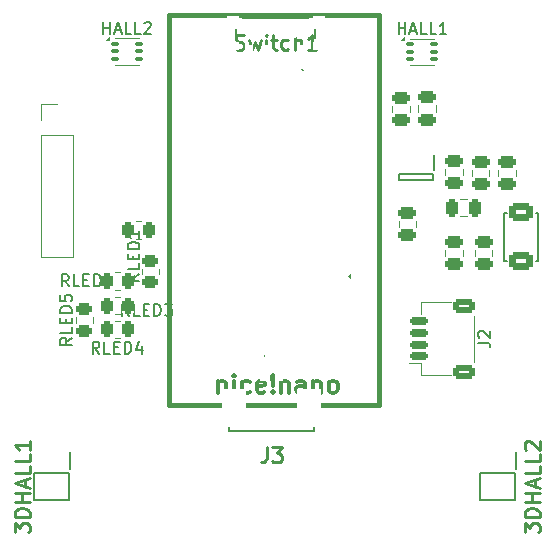
<source format=gbr>
%TF.GenerationSoftware,KiCad,Pcbnew,9.0.5*%
%TF.CreationDate,2025-10-27T23:23:53+01:00*%
%TF.ProjectId,mouse,6d6f7573-652e-46b6-9963-61645f706362,rev?*%
%TF.SameCoordinates,Original*%
%TF.FileFunction,Legend,Top*%
%TF.FilePolarity,Positive*%
%FSLAX46Y46*%
G04 Gerber Fmt 4.6, Leading zero omitted, Abs format (unit mm)*
G04 Created by KiCad (PCBNEW 9.0.5) date 2025-10-27 23:23:53*
%MOMM*%
%LPD*%
G01*
G04 APERTURE LIST*
G04 Aperture macros list*
%AMRoundRect*
0 Rectangle with rounded corners*
0 $1 Rounding radius*
0 $2 $3 $4 $5 $6 $7 $8 $9 X,Y pos of 4 corners*
0 Add a 4 corners polygon primitive as box body*
4,1,4,$2,$3,$4,$5,$6,$7,$8,$9,$2,$3,0*
0 Add four circle primitives for the rounded corners*
1,1,$1+$1,$2,$3*
1,1,$1+$1,$4,$5*
1,1,$1+$1,$6,$7*
1,1,$1+$1,$8,$9*
0 Add four rect primitives between the rounded corners*
20,1,$1+$1,$2,$3,$4,$5,0*
20,1,$1+$1,$4,$5,$6,$7,0*
20,1,$1+$1,$6,$7,$8,$9,0*
20,1,$1+$1,$8,$9,$2,$3,0*%
G04 Aperture macros list end*
%ADD10C,0.300000*%
%ADD11C,0.254000*%
%ADD12C,0.150000*%
%ADD13C,0.127000*%
%ADD14C,0.200000*%
%ADD15C,0.000000*%
%ADD16C,0.120000*%
%ADD17C,0.063060*%
%ADD18C,0.100000*%
%ADD19C,0.381000*%
%ADD20C,1.752600*%
%ADD21RoundRect,0.287778X-0.714222X0.489222X-0.714222X-0.489222X0.714222X-0.489222X0.714222X0.489222X0*%
%ADD22R,0.450000X1.400000*%
%ADD23C,1.200000*%
%ADD24R,1.200000X1.200000*%
%ADD25RoundRect,0.250000X-0.450000X0.262500X-0.450000X-0.262500X0.450000X-0.262500X0.450000X0.262500X0*%
%ADD26R,1.700000X1.700000*%
%ADD27C,1.700000*%
%ADD28RoundRect,0.250000X0.475000X-0.250000X0.475000X0.250000X-0.475000X0.250000X-0.475000X-0.250000X0*%
%ADD29RoundRect,0.250000X-0.475000X0.250000X-0.475000X-0.250000X0.475000X-0.250000X0.475000X0.250000X0*%
%ADD30C,3.200000*%
%ADD31RoundRect,0.250000X-0.262500X-0.450000X0.262500X-0.450000X0.262500X0.450000X-0.262500X0.450000X0*%
%ADD32RoundRect,0.250000X0.262500X0.450000X-0.262500X0.450000X-0.262500X-0.450000X0.262500X-0.450000X0*%
%ADD33C,0.900000*%
%ADD34R,0.700000X1.500000*%
%ADD35R,1.000000X0.800000*%
%ADD36R,0.800000X1.600000*%
%ADD37R,2.100000X3.000000*%
%ADD38RoundRect,0.250000X-0.250000X-0.475000X0.250000X-0.475000X0.250000X0.475000X-0.250000X0.475000X0*%
%ADD39RoundRect,0.150000X0.625000X-0.150000X0.625000X0.150000X-0.625000X0.150000X-0.625000X-0.150000X0*%
%ADD40RoundRect,0.250000X0.650000X-0.350000X0.650000X0.350000X-0.650000X0.350000X-0.650000X-0.350000X0*%
%ADD41RoundRect,0.075000X-0.247500X-0.075000X0.247500X-0.075000X0.247500X0.075000X-0.247500X0.075000X0*%
%ADD42R,1.010000X1.700000*%
%ADD43R,0.600000X1.250000*%
G04 APERTURE END LIST*
D10*
X178718285Y-109250328D02*
X178718285Y-110250328D01*
X178718285Y-109393185D02*
X178789714Y-109321757D01*
X178789714Y-109321757D02*
X178932571Y-109250328D01*
X178932571Y-109250328D02*
X179146857Y-109250328D01*
X179146857Y-109250328D02*
X179289714Y-109321757D01*
X179289714Y-109321757D02*
X179361143Y-109464614D01*
X179361143Y-109464614D02*
X179361143Y-110250328D01*
X180075428Y-110250328D02*
X180075428Y-109250328D01*
X180075428Y-108750328D02*
X180004000Y-108821757D01*
X180004000Y-108821757D02*
X180075428Y-108893185D01*
X180075428Y-108893185D02*
X180146857Y-108821757D01*
X180146857Y-108821757D02*
X180075428Y-108750328D01*
X180075428Y-108750328D02*
X180075428Y-108893185D01*
X181432572Y-110178900D02*
X181289714Y-110250328D01*
X181289714Y-110250328D02*
X181004000Y-110250328D01*
X181004000Y-110250328D02*
X180861143Y-110178900D01*
X180861143Y-110178900D02*
X180789714Y-110107471D01*
X180789714Y-110107471D02*
X180718286Y-109964614D01*
X180718286Y-109964614D02*
X180718286Y-109536042D01*
X180718286Y-109536042D02*
X180789714Y-109393185D01*
X180789714Y-109393185D02*
X180861143Y-109321757D01*
X180861143Y-109321757D02*
X181004000Y-109250328D01*
X181004000Y-109250328D02*
X181289714Y-109250328D01*
X181289714Y-109250328D02*
X181432572Y-109321757D01*
X182646857Y-110178900D02*
X182504000Y-110250328D01*
X182504000Y-110250328D02*
X182218286Y-110250328D01*
X182218286Y-110250328D02*
X182075428Y-110178900D01*
X182075428Y-110178900D02*
X182004000Y-110036042D01*
X182004000Y-110036042D02*
X182004000Y-109464614D01*
X182004000Y-109464614D02*
X182075428Y-109321757D01*
X182075428Y-109321757D02*
X182218286Y-109250328D01*
X182218286Y-109250328D02*
X182504000Y-109250328D01*
X182504000Y-109250328D02*
X182646857Y-109321757D01*
X182646857Y-109321757D02*
X182718286Y-109464614D01*
X182718286Y-109464614D02*
X182718286Y-109607471D01*
X182718286Y-109607471D02*
X182004000Y-109750328D01*
X183361142Y-110107471D02*
X183432571Y-110178900D01*
X183432571Y-110178900D02*
X183361142Y-110250328D01*
X183361142Y-110250328D02*
X183289714Y-110178900D01*
X183289714Y-110178900D02*
X183361142Y-110107471D01*
X183361142Y-110107471D02*
X183361142Y-110250328D01*
X183361142Y-109678900D02*
X183289714Y-108821757D01*
X183289714Y-108821757D02*
X183361142Y-108750328D01*
X183361142Y-108750328D02*
X183432571Y-108821757D01*
X183432571Y-108821757D02*
X183361142Y-109678900D01*
X183361142Y-109678900D02*
X183361142Y-108750328D01*
X184075428Y-109250328D02*
X184075428Y-110250328D01*
X184075428Y-109393185D02*
X184146857Y-109321757D01*
X184146857Y-109321757D02*
X184289714Y-109250328D01*
X184289714Y-109250328D02*
X184504000Y-109250328D01*
X184504000Y-109250328D02*
X184646857Y-109321757D01*
X184646857Y-109321757D02*
X184718286Y-109464614D01*
X184718286Y-109464614D02*
X184718286Y-110250328D01*
X186075429Y-110250328D02*
X186075429Y-109464614D01*
X186075429Y-109464614D02*
X186004000Y-109321757D01*
X186004000Y-109321757D02*
X185861143Y-109250328D01*
X185861143Y-109250328D02*
X185575429Y-109250328D01*
X185575429Y-109250328D02*
X185432571Y-109321757D01*
X186075429Y-110178900D02*
X185932571Y-110250328D01*
X185932571Y-110250328D02*
X185575429Y-110250328D01*
X185575429Y-110250328D02*
X185432571Y-110178900D01*
X185432571Y-110178900D02*
X185361143Y-110036042D01*
X185361143Y-110036042D02*
X185361143Y-109893185D01*
X185361143Y-109893185D02*
X185432571Y-109750328D01*
X185432571Y-109750328D02*
X185575429Y-109678900D01*
X185575429Y-109678900D02*
X185932571Y-109678900D01*
X185932571Y-109678900D02*
X186075429Y-109607471D01*
X186789714Y-109250328D02*
X186789714Y-110250328D01*
X186789714Y-109393185D02*
X186861143Y-109321757D01*
X186861143Y-109321757D02*
X187004000Y-109250328D01*
X187004000Y-109250328D02*
X187218286Y-109250328D01*
X187218286Y-109250328D02*
X187361143Y-109321757D01*
X187361143Y-109321757D02*
X187432572Y-109464614D01*
X187432572Y-109464614D02*
X187432572Y-110250328D01*
X188361143Y-110250328D02*
X188218286Y-110178900D01*
X188218286Y-110178900D02*
X188146857Y-110107471D01*
X188146857Y-110107471D02*
X188075429Y-109964614D01*
X188075429Y-109964614D02*
X188075429Y-109536042D01*
X188075429Y-109536042D02*
X188146857Y-109393185D01*
X188146857Y-109393185D02*
X188218286Y-109321757D01*
X188218286Y-109321757D02*
X188361143Y-109250328D01*
X188361143Y-109250328D02*
X188575429Y-109250328D01*
X188575429Y-109250328D02*
X188718286Y-109321757D01*
X188718286Y-109321757D02*
X188789715Y-109393185D01*
X188789715Y-109393185D02*
X188861143Y-109536042D01*
X188861143Y-109536042D02*
X188861143Y-109964614D01*
X188861143Y-109964614D02*
X188789715Y-110107471D01*
X188789715Y-110107471D02*
X188718286Y-110178900D01*
X188718286Y-110178900D02*
X188575429Y-110250328D01*
X188575429Y-110250328D02*
X188361143Y-110250328D01*
D11*
X161504318Y-122100713D02*
X161504318Y-121314522D01*
X161504318Y-121314522D02*
X161988127Y-121737856D01*
X161988127Y-121737856D02*
X161988127Y-121556427D01*
X161988127Y-121556427D02*
X162048603Y-121435475D01*
X162048603Y-121435475D02*
X162109080Y-121374999D01*
X162109080Y-121374999D02*
X162230032Y-121314522D01*
X162230032Y-121314522D02*
X162532413Y-121314522D01*
X162532413Y-121314522D02*
X162653365Y-121374999D01*
X162653365Y-121374999D02*
X162713842Y-121435475D01*
X162713842Y-121435475D02*
X162774318Y-121556427D01*
X162774318Y-121556427D02*
X162774318Y-121919284D01*
X162774318Y-121919284D02*
X162713842Y-122040237D01*
X162713842Y-122040237D02*
X162653365Y-122100713D01*
X162774318Y-120770237D02*
X161504318Y-120770237D01*
X161504318Y-120770237D02*
X161504318Y-120467856D01*
X161504318Y-120467856D02*
X161564794Y-120286427D01*
X161564794Y-120286427D02*
X161685746Y-120165475D01*
X161685746Y-120165475D02*
X161806699Y-120104998D01*
X161806699Y-120104998D02*
X162048603Y-120044522D01*
X162048603Y-120044522D02*
X162230032Y-120044522D01*
X162230032Y-120044522D02*
X162471937Y-120104998D01*
X162471937Y-120104998D02*
X162592889Y-120165475D01*
X162592889Y-120165475D02*
X162713842Y-120286427D01*
X162713842Y-120286427D02*
X162774318Y-120467856D01*
X162774318Y-120467856D02*
X162774318Y-120770237D01*
X162774318Y-119500237D02*
X161504318Y-119500237D01*
X162109080Y-119500237D02*
X162109080Y-118774522D01*
X162774318Y-118774522D02*
X161504318Y-118774522D01*
X162411461Y-118230237D02*
X162411461Y-117625475D01*
X162774318Y-118351189D02*
X161504318Y-117927856D01*
X161504318Y-117927856D02*
X162774318Y-117504522D01*
X162774318Y-116476428D02*
X162774318Y-117081190D01*
X162774318Y-117081190D02*
X161504318Y-117081190D01*
X162774318Y-115448333D02*
X162774318Y-116053095D01*
X162774318Y-116053095D02*
X161504318Y-116053095D01*
X162774318Y-114359761D02*
X162774318Y-115085476D01*
X162774318Y-114722619D02*
X161504318Y-114722619D01*
X161504318Y-114722619D02*
X161685746Y-114843571D01*
X161685746Y-114843571D02*
X161806699Y-114964523D01*
X161806699Y-114964523D02*
X161867175Y-115085476D01*
D12*
X166354819Y-105623809D02*
X165878628Y-105957142D01*
X166354819Y-106195237D02*
X165354819Y-106195237D01*
X165354819Y-106195237D02*
X165354819Y-105814285D01*
X165354819Y-105814285D02*
X165402438Y-105719047D01*
X165402438Y-105719047D02*
X165450057Y-105671428D01*
X165450057Y-105671428D02*
X165545295Y-105623809D01*
X165545295Y-105623809D02*
X165688152Y-105623809D01*
X165688152Y-105623809D02*
X165783390Y-105671428D01*
X165783390Y-105671428D02*
X165831009Y-105719047D01*
X165831009Y-105719047D02*
X165878628Y-105814285D01*
X165878628Y-105814285D02*
X165878628Y-106195237D01*
X166354819Y-104719047D02*
X166354819Y-105195237D01*
X166354819Y-105195237D02*
X165354819Y-105195237D01*
X165831009Y-104385713D02*
X165831009Y-104052380D01*
X166354819Y-103909523D02*
X166354819Y-104385713D01*
X166354819Y-104385713D02*
X165354819Y-104385713D01*
X165354819Y-104385713D02*
X165354819Y-103909523D01*
X166354819Y-103480951D02*
X165354819Y-103480951D01*
X165354819Y-103480951D02*
X165354819Y-103242856D01*
X165354819Y-103242856D02*
X165402438Y-103099999D01*
X165402438Y-103099999D02*
X165497676Y-103004761D01*
X165497676Y-103004761D02*
X165592914Y-102957142D01*
X165592914Y-102957142D02*
X165783390Y-102909523D01*
X165783390Y-102909523D02*
X165926247Y-102909523D01*
X165926247Y-102909523D02*
X166116723Y-102957142D01*
X166116723Y-102957142D02*
X166211961Y-103004761D01*
X166211961Y-103004761D02*
X166307200Y-103099999D01*
X166307200Y-103099999D02*
X166354819Y-103242856D01*
X166354819Y-103242856D02*
X166354819Y-103480951D01*
X165354819Y-102004761D02*
X165354819Y-102480951D01*
X165354819Y-102480951D02*
X165831009Y-102528570D01*
X165831009Y-102528570D02*
X165783390Y-102480951D01*
X165783390Y-102480951D02*
X165735771Y-102385713D01*
X165735771Y-102385713D02*
X165735771Y-102147618D01*
X165735771Y-102147618D02*
X165783390Y-102052380D01*
X165783390Y-102052380D02*
X165831009Y-102004761D01*
X165831009Y-102004761D02*
X165926247Y-101957142D01*
X165926247Y-101957142D02*
X166164342Y-101957142D01*
X166164342Y-101957142D02*
X166259580Y-102004761D01*
X166259580Y-102004761D02*
X166307200Y-102052380D01*
X166307200Y-102052380D02*
X166354819Y-102147618D01*
X166354819Y-102147618D02*
X166354819Y-102385713D01*
X166354819Y-102385713D02*
X166307200Y-102480951D01*
X166307200Y-102480951D02*
X166259580Y-102528570D01*
D11*
X204671858Y-122100713D02*
X204671858Y-121314522D01*
X204671858Y-121314522D02*
X205155667Y-121737856D01*
X205155667Y-121737856D02*
X205155667Y-121556427D01*
X205155667Y-121556427D02*
X205216143Y-121435475D01*
X205216143Y-121435475D02*
X205276620Y-121374999D01*
X205276620Y-121374999D02*
X205397572Y-121314522D01*
X205397572Y-121314522D02*
X205699953Y-121314522D01*
X205699953Y-121314522D02*
X205820905Y-121374999D01*
X205820905Y-121374999D02*
X205881382Y-121435475D01*
X205881382Y-121435475D02*
X205941858Y-121556427D01*
X205941858Y-121556427D02*
X205941858Y-121919284D01*
X205941858Y-121919284D02*
X205881382Y-122040237D01*
X205881382Y-122040237D02*
X205820905Y-122100713D01*
X205941858Y-120770237D02*
X204671858Y-120770237D01*
X204671858Y-120770237D02*
X204671858Y-120467856D01*
X204671858Y-120467856D02*
X204732334Y-120286427D01*
X204732334Y-120286427D02*
X204853286Y-120165475D01*
X204853286Y-120165475D02*
X204974239Y-120104998D01*
X204974239Y-120104998D02*
X205216143Y-120044522D01*
X205216143Y-120044522D02*
X205397572Y-120044522D01*
X205397572Y-120044522D02*
X205639477Y-120104998D01*
X205639477Y-120104998D02*
X205760429Y-120165475D01*
X205760429Y-120165475D02*
X205881382Y-120286427D01*
X205881382Y-120286427D02*
X205941858Y-120467856D01*
X205941858Y-120467856D02*
X205941858Y-120770237D01*
X205941858Y-119500237D02*
X204671858Y-119500237D01*
X205276620Y-119500237D02*
X205276620Y-118774522D01*
X205941858Y-118774522D02*
X204671858Y-118774522D01*
X205579001Y-118230237D02*
X205579001Y-117625475D01*
X205941858Y-118351189D02*
X204671858Y-117927856D01*
X204671858Y-117927856D02*
X205941858Y-117504522D01*
X205941858Y-116476428D02*
X205941858Y-117081190D01*
X205941858Y-117081190D02*
X204671858Y-117081190D01*
X205941858Y-115448333D02*
X205941858Y-116053095D01*
X205941858Y-116053095D02*
X204671858Y-116053095D01*
X204792810Y-115085476D02*
X204732334Y-115025000D01*
X204732334Y-115025000D02*
X204671858Y-114904047D01*
X204671858Y-114904047D02*
X204671858Y-114601666D01*
X204671858Y-114601666D02*
X204732334Y-114480714D01*
X204732334Y-114480714D02*
X204792810Y-114420238D01*
X204792810Y-114420238D02*
X204913762Y-114359761D01*
X204913762Y-114359761D02*
X205034715Y-114359761D01*
X205034715Y-114359761D02*
X205216143Y-114420238D01*
X205216143Y-114420238D02*
X205941858Y-115145952D01*
X205941858Y-115145952D02*
X205941858Y-114359761D01*
D12*
X172054819Y-100223809D02*
X171578628Y-100557142D01*
X172054819Y-100795237D02*
X171054819Y-100795237D01*
X171054819Y-100795237D02*
X171054819Y-100414285D01*
X171054819Y-100414285D02*
X171102438Y-100319047D01*
X171102438Y-100319047D02*
X171150057Y-100271428D01*
X171150057Y-100271428D02*
X171245295Y-100223809D01*
X171245295Y-100223809D02*
X171388152Y-100223809D01*
X171388152Y-100223809D02*
X171483390Y-100271428D01*
X171483390Y-100271428D02*
X171531009Y-100319047D01*
X171531009Y-100319047D02*
X171578628Y-100414285D01*
X171578628Y-100414285D02*
X171578628Y-100795237D01*
X172054819Y-99319047D02*
X172054819Y-99795237D01*
X172054819Y-99795237D02*
X171054819Y-99795237D01*
X171531009Y-98985713D02*
X171531009Y-98652380D01*
X172054819Y-98509523D02*
X172054819Y-98985713D01*
X172054819Y-98985713D02*
X171054819Y-98985713D01*
X171054819Y-98985713D02*
X171054819Y-98509523D01*
X172054819Y-98080951D02*
X171054819Y-98080951D01*
X171054819Y-98080951D02*
X171054819Y-97842856D01*
X171054819Y-97842856D02*
X171102438Y-97699999D01*
X171102438Y-97699999D02*
X171197676Y-97604761D01*
X171197676Y-97604761D02*
X171292914Y-97557142D01*
X171292914Y-97557142D02*
X171483390Y-97509523D01*
X171483390Y-97509523D02*
X171626247Y-97509523D01*
X171626247Y-97509523D02*
X171816723Y-97557142D01*
X171816723Y-97557142D02*
X171911961Y-97604761D01*
X171911961Y-97604761D02*
X172007200Y-97699999D01*
X172007200Y-97699999D02*
X172054819Y-97842856D01*
X172054819Y-97842856D02*
X172054819Y-98080951D01*
X172054819Y-96557142D02*
X172054819Y-97128570D01*
X172054819Y-96842856D02*
X171054819Y-96842856D01*
X171054819Y-96842856D02*
X171197676Y-96938094D01*
X171197676Y-96938094D02*
X171292914Y-97033332D01*
X171292914Y-97033332D02*
X171340533Y-97128570D01*
X171176190Y-103754819D02*
X170842857Y-103278628D01*
X170604762Y-103754819D02*
X170604762Y-102754819D01*
X170604762Y-102754819D02*
X170985714Y-102754819D01*
X170985714Y-102754819D02*
X171080952Y-102802438D01*
X171080952Y-102802438D02*
X171128571Y-102850057D01*
X171128571Y-102850057D02*
X171176190Y-102945295D01*
X171176190Y-102945295D02*
X171176190Y-103088152D01*
X171176190Y-103088152D02*
X171128571Y-103183390D01*
X171128571Y-103183390D02*
X171080952Y-103231009D01*
X171080952Y-103231009D02*
X170985714Y-103278628D01*
X170985714Y-103278628D02*
X170604762Y-103278628D01*
X172080952Y-103754819D02*
X171604762Y-103754819D01*
X171604762Y-103754819D02*
X171604762Y-102754819D01*
X172414286Y-103231009D02*
X172747619Y-103231009D01*
X172890476Y-103754819D02*
X172414286Y-103754819D01*
X172414286Y-103754819D02*
X172414286Y-102754819D01*
X172414286Y-102754819D02*
X172890476Y-102754819D01*
X173319048Y-103754819D02*
X173319048Y-102754819D01*
X173319048Y-102754819D02*
X173557143Y-102754819D01*
X173557143Y-102754819D02*
X173700000Y-102802438D01*
X173700000Y-102802438D02*
X173795238Y-102897676D01*
X173795238Y-102897676D02*
X173842857Y-102992914D01*
X173842857Y-102992914D02*
X173890476Y-103183390D01*
X173890476Y-103183390D02*
X173890476Y-103326247D01*
X173890476Y-103326247D02*
X173842857Y-103516723D01*
X173842857Y-103516723D02*
X173795238Y-103611961D01*
X173795238Y-103611961D02*
X173700000Y-103707200D01*
X173700000Y-103707200D02*
X173557143Y-103754819D01*
X173557143Y-103754819D02*
X173319048Y-103754819D01*
X174223810Y-102754819D02*
X174842857Y-102754819D01*
X174842857Y-102754819D02*
X174509524Y-103135771D01*
X174509524Y-103135771D02*
X174652381Y-103135771D01*
X174652381Y-103135771D02*
X174747619Y-103183390D01*
X174747619Y-103183390D02*
X174795238Y-103231009D01*
X174795238Y-103231009D02*
X174842857Y-103326247D01*
X174842857Y-103326247D02*
X174842857Y-103564342D01*
X174842857Y-103564342D02*
X174795238Y-103659580D01*
X174795238Y-103659580D02*
X174747619Y-103707200D01*
X174747619Y-103707200D02*
X174652381Y-103754819D01*
X174652381Y-103754819D02*
X174366667Y-103754819D01*
X174366667Y-103754819D02*
X174271429Y-103707200D01*
X174271429Y-103707200D02*
X174223810Y-103659580D01*
X166076190Y-101254819D02*
X165742857Y-100778628D01*
X165504762Y-101254819D02*
X165504762Y-100254819D01*
X165504762Y-100254819D02*
X165885714Y-100254819D01*
X165885714Y-100254819D02*
X165980952Y-100302438D01*
X165980952Y-100302438D02*
X166028571Y-100350057D01*
X166028571Y-100350057D02*
X166076190Y-100445295D01*
X166076190Y-100445295D02*
X166076190Y-100588152D01*
X166076190Y-100588152D02*
X166028571Y-100683390D01*
X166028571Y-100683390D02*
X165980952Y-100731009D01*
X165980952Y-100731009D02*
X165885714Y-100778628D01*
X165885714Y-100778628D02*
X165504762Y-100778628D01*
X166980952Y-101254819D02*
X166504762Y-101254819D01*
X166504762Y-101254819D02*
X166504762Y-100254819D01*
X167314286Y-100731009D02*
X167647619Y-100731009D01*
X167790476Y-101254819D02*
X167314286Y-101254819D01*
X167314286Y-101254819D02*
X167314286Y-100254819D01*
X167314286Y-100254819D02*
X167790476Y-100254819D01*
X168219048Y-101254819D02*
X168219048Y-100254819D01*
X168219048Y-100254819D02*
X168457143Y-100254819D01*
X168457143Y-100254819D02*
X168600000Y-100302438D01*
X168600000Y-100302438D02*
X168695238Y-100397676D01*
X168695238Y-100397676D02*
X168742857Y-100492914D01*
X168742857Y-100492914D02*
X168790476Y-100683390D01*
X168790476Y-100683390D02*
X168790476Y-100826247D01*
X168790476Y-100826247D02*
X168742857Y-101016723D01*
X168742857Y-101016723D02*
X168695238Y-101111961D01*
X168695238Y-101111961D02*
X168600000Y-101207200D01*
X168600000Y-101207200D02*
X168457143Y-101254819D01*
X168457143Y-101254819D02*
X168219048Y-101254819D01*
X169171429Y-100350057D02*
X169219048Y-100302438D01*
X169219048Y-100302438D02*
X169314286Y-100254819D01*
X169314286Y-100254819D02*
X169552381Y-100254819D01*
X169552381Y-100254819D02*
X169647619Y-100302438D01*
X169647619Y-100302438D02*
X169695238Y-100350057D01*
X169695238Y-100350057D02*
X169742857Y-100445295D01*
X169742857Y-100445295D02*
X169742857Y-100540533D01*
X169742857Y-100540533D02*
X169695238Y-100683390D01*
X169695238Y-100683390D02*
X169123810Y-101254819D01*
X169123810Y-101254819D02*
X169742857Y-101254819D01*
D11*
X180203095Y-81153842D02*
X180384524Y-81214318D01*
X180384524Y-81214318D02*
X180686905Y-81214318D01*
X180686905Y-81214318D02*
X180807857Y-81153842D01*
X180807857Y-81153842D02*
X180868333Y-81093365D01*
X180868333Y-81093365D02*
X180928810Y-80972413D01*
X180928810Y-80972413D02*
X180928810Y-80851461D01*
X180928810Y-80851461D02*
X180868333Y-80730508D01*
X180868333Y-80730508D02*
X180807857Y-80670032D01*
X180807857Y-80670032D02*
X180686905Y-80609556D01*
X180686905Y-80609556D02*
X180445000Y-80549080D01*
X180445000Y-80549080D02*
X180324048Y-80488603D01*
X180324048Y-80488603D02*
X180263571Y-80428127D01*
X180263571Y-80428127D02*
X180203095Y-80307175D01*
X180203095Y-80307175D02*
X180203095Y-80186222D01*
X180203095Y-80186222D02*
X180263571Y-80065270D01*
X180263571Y-80065270D02*
X180324048Y-80004794D01*
X180324048Y-80004794D02*
X180445000Y-79944318D01*
X180445000Y-79944318D02*
X180747381Y-79944318D01*
X180747381Y-79944318D02*
X180928810Y-80004794D01*
X181352143Y-80367651D02*
X181594048Y-81214318D01*
X181594048Y-81214318D02*
X181835953Y-80609556D01*
X181835953Y-80609556D02*
X182077857Y-81214318D01*
X182077857Y-81214318D02*
X182319762Y-80367651D01*
X182803571Y-81214318D02*
X182803571Y-80367651D01*
X182803571Y-79944318D02*
X182743095Y-80004794D01*
X182743095Y-80004794D02*
X182803571Y-80065270D01*
X182803571Y-80065270D02*
X182864048Y-80004794D01*
X182864048Y-80004794D02*
X182803571Y-79944318D01*
X182803571Y-79944318D02*
X182803571Y-80065270D01*
X183226905Y-80367651D02*
X183710714Y-80367651D01*
X183408333Y-79944318D02*
X183408333Y-81032889D01*
X183408333Y-81032889D02*
X183468810Y-81153842D01*
X183468810Y-81153842D02*
X183589762Y-81214318D01*
X183589762Y-81214318D02*
X183710714Y-81214318D01*
X184678333Y-81153842D02*
X184557381Y-81214318D01*
X184557381Y-81214318D02*
X184315476Y-81214318D01*
X184315476Y-81214318D02*
X184194524Y-81153842D01*
X184194524Y-81153842D02*
X184134047Y-81093365D01*
X184134047Y-81093365D02*
X184073571Y-80972413D01*
X184073571Y-80972413D02*
X184073571Y-80609556D01*
X184073571Y-80609556D02*
X184134047Y-80488603D01*
X184134047Y-80488603D02*
X184194524Y-80428127D01*
X184194524Y-80428127D02*
X184315476Y-80367651D01*
X184315476Y-80367651D02*
X184557381Y-80367651D01*
X184557381Y-80367651D02*
X184678333Y-80428127D01*
X185222618Y-81214318D02*
X185222618Y-79944318D01*
X185766904Y-81214318D02*
X185766904Y-80549080D01*
X185766904Y-80549080D02*
X185706428Y-80428127D01*
X185706428Y-80428127D02*
X185585476Y-80367651D01*
X185585476Y-80367651D02*
X185404047Y-80367651D01*
X185404047Y-80367651D02*
X185283095Y-80428127D01*
X185283095Y-80428127D02*
X185222618Y-80488603D01*
X187036905Y-81214318D02*
X186311190Y-81214318D01*
X186674047Y-81214318D02*
X186674047Y-79944318D01*
X186674047Y-79944318D02*
X186553095Y-80125746D01*
X186553095Y-80125746D02*
X186432143Y-80246699D01*
X186432143Y-80246699D02*
X186311190Y-80307175D01*
X182826667Y-114904318D02*
X182826667Y-115811461D01*
X182826667Y-115811461D02*
X182766190Y-115992889D01*
X182766190Y-115992889D02*
X182645238Y-116113842D01*
X182645238Y-116113842D02*
X182463809Y-116174318D01*
X182463809Y-116174318D02*
X182342857Y-116174318D01*
X183310476Y-114904318D02*
X184096667Y-114904318D01*
X184096667Y-114904318D02*
X183673333Y-115388127D01*
X183673333Y-115388127D02*
X183854762Y-115388127D01*
X183854762Y-115388127D02*
X183975714Y-115448603D01*
X183975714Y-115448603D02*
X184036190Y-115509080D01*
X184036190Y-115509080D02*
X184096667Y-115630032D01*
X184096667Y-115630032D02*
X184096667Y-115932413D01*
X184096667Y-115932413D02*
X184036190Y-116053365D01*
X184036190Y-116053365D02*
X183975714Y-116113842D01*
X183975714Y-116113842D02*
X183854762Y-116174318D01*
X183854762Y-116174318D02*
X183491905Y-116174318D01*
X183491905Y-116174318D02*
X183370952Y-116113842D01*
X183370952Y-116113842D02*
X183310476Y-116053365D01*
D12*
X200754819Y-106033333D02*
X201469104Y-106033333D01*
X201469104Y-106033333D02*
X201611961Y-106080952D01*
X201611961Y-106080952D02*
X201707200Y-106176190D01*
X201707200Y-106176190D02*
X201754819Y-106319047D01*
X201754819Y-106319047D02*
X201754819Y-106414285D01*
X200850057Y-105604761D02*
X200802438Y-105557142D01*
X200802438Y-105557142D02*
X200754819Y-105461904D01*
X200754819Y-105461904D02*
X200754819Y-105223809D01*
X200754819Y-105223809D02*
X200802438Y-105128571D01*
X200802438Y-105128571D02*
X200850057Y-105080952D01*
X200850057Y-105080952D02*
X200945295Y-105033333D01*
X200945295Y-105033333D02*
X201040533Y-105033333D01*
X201040533Y-105033333D02*
X201183390Y-105080952D01*
X201183390Y-105080952D02*
X201754819Y-105652380D01*
X201754819Y-105652380D02*
X201754819Y-105033333D01*
X168999953Y-79879737D02*
X168999953Y-78879737D01*
X168999953Y-79355927D02*
X169571381Y-79355927D01*
X169571381Y-79879737D02*
X169571381Y-78879737D01*
X169999953Y-79594022D02*
X170476143Y-79594022D01*
X169904715Y-79879737D02*
X170238048Y-78879737D01*
X170238048Y-78879737D02*
X170571381Y-79879737D01*
X171380905Y-79879737D02*
X170904715Y-79879737D01*
X170904715Y-79879737D02*
X170904715Y-78879737D01*
X172190429Y-79879737D02*
X171714239Y-79879737D01*
X171714239Y-79879737D02*
X171714239Y-78879737D01*
X172476144Y-78974975D02*
X172523763Y-78927356D01*
X172523763Y-78927356D02*
X172619001Y-78879737D01*
X172619001Y-78879737D02*
X172857096Y-78879737D01*
X172857096Y-78879737D02*
X172952334Y-78927356D01*
X172952334Y-78927356D02*
X172999953Y-78974975D01*
X172999953Y-78974975D02*
X173047572Y-79070213D01*
X173047572Y-79070213D02*
X173047572Y-79165451D01*
X173047572Y-79165451D02*
X172999953Y-79308308D01*
X172999953Y-79308308D02*
X172428525Y-79879737D01*
X172428525Y-79879737D02*
X173047572Y-79879737D01*
X168676190Y-106954819D02*
X168342857Y-106478628D01*
X168104762Y-106954819D02*
X168104762Y-105954819D01*
X168104762Y-105954819D02*
X168485714Y-105954819D01*
X168485714Y-105954819D02*
X168580952Y-106002438D01*
X168580952Y-106002438D02*
X168628571Y-106050057D01*
X168628571Y-106050057D02*
X168676190Y-106145295D01*
X168676190Y-106145295D02*
X168676190Y-106288152D01*
X168676190Y-106288152D02*
X168628571Y-106383390D01*
X168628571Y-106383390D02*
X168580952Y-106431009D01*
X168580952Y-106431009D02*
X168485714Y-106478628D01*
X168485714Y-106478628D02*
X168104762Y-106478628D01*
X169580952Y-106954819D02*
X169104762Y-106954819D01*
X169104762Y-106954819D02*
X169104762Y-105954819D01*
X169914286Y-106431009D02*
X170247619Y-106431009D01*
X170390476Y-106954819D02*
X169914286Y-106954819D01*
X169914286Y-106954819D02*
X169914286Y-105954819D01*
X169914286Y-105954819D02*
X170390476Y-105954819D01*
X170819048Y-106954819D02*
X170819048Y-105954819D01*
X170819048Y-105954819D02*
X171057143Y-105954819D01*
X171057143Y-105954819D02*
X171200000Y-106002438D01*
X171200000Y-106002438D02*
X171295238Y-106097676D01*
X171295238Y-106097676D02*
X171342857Y-106192914D01*
X171342857Y-106192914D02*
X171390476Y-106383390D01*
X171390476Y-106383390D02*
X171390476Y-106526247D01*
X171390476Y-106526247D02*
X171342857Y-106716723D01*
X171342857Y-106716723D02*
X171295238Y-106811961D01*
X171295238Y-106811961D02*
X171200000Y-106907200D01*
X171200000Y-106907200D02*
X171057143Y-106954819D01*
X171057143Y-106954819D02*
X170819048Y-106954819D01*
X172247619Y-106288152D02*
X172247619Y-106954819D01*
X172009524Y-105907200D02*
X171771429Y-106621485D01*
X171771429Y-106621485D02*
X172390476Y-106621485D01*
X194000000Y-79904819D02*
X194000000Y-78904819D01*
X194000000Y-79381009D02*
X194571428Y-79381009D01*
X194571428Y-79904819D02*
X194571428Y-78904819D01*
X195000000Y-79619104D02*
X195476190Y-79619104D01*
X194904762Y-79904819D02*
X195238095Y-78904819D01*
X195238095Y-78904819D02*
X195571428Y-79904819D01*
X196380952Y-79904819D02*
X195904762Y-79904819D01*
X195904762Y-79904819D02*
X195904762Y-78904819D01*
X197190476Y-79904819D02*
X196714286Y-79904819D01*
X196714286Y-79904819D02*
X196714286Y-78904819D01*
X198047619Y-79904819D02*
X197476191Y-79904819D01*
X197761905Y-79904819D02*
X197761905Y-78904819D01*
X197761905Y-78904819D02*
X197666667Y-79047676D01*
X197666667Y-79047676D02*
X197571429Y-79142914D01*
X197571429Y-79142914D02*
X197476191Y-79190533D01*
D13*
%TO.C,SW1*%
X205850000Y-95075000D02*
X205850000Y-99075000D01*
X205620000Y-95075000D02*
X205850000Y-95075000D01*
X202950000Y-95075000D02*
X203180000Y-95075000D01*
X205850000Y-99075000D02*
X205620000Y-99075000D01*
X202950000Y-99075000D02*
X202950000Y-95075000D01*
X202950000Y-99075000D02*
X203180000Y-99075000D01*
D14*
%TO.C,3DHALL1*%
X166100000Y-117050000D02*
X166100000Y-119350000D01*
X166100000Y-119350000D02*
X163100000Y-119350000D01*
X163100000Y-119350000D02*
X163100000Y-117050000D01*
X163100000Y-117050000D02*
X166100000Y-117050000D01*
X166150000Y-115300000D02*
X166150000Y-116700000D01*
D15*
%TO.C,OpticalSensor1*%
G36*
X190000000Y-100620001D02*
G01*
X189750000Y-100420001D01*
X190000000Y-100220001D01*
X190000000Y-100620001D01*
G37*
D16*
%TO.C,RLED5*%
X166665000Y-103872936D02*
X166665000Y-104327064D01*
X168135000Y-103872936D02*
X168135000Y-104327064D01*
%TO.C,J1*%
X163720000Y-85820000D02*
X165100000Y-85820000D01*
X163720000Y-87200000D02*
X163720000Y-85820000D01*
X163720000Y-88470000D02*
X163720000Y-98740000D01*
X163720000Y-88470000D02*
X166480000Y-88470000D01*
X163720000Y-98740000D02*
X166480000Y-98740000D01*
X166480000Y-88470000D02*
X166480000Y-98740000D01*
%TO.C,C4*%
X195665000Y-86461252D02*
X195665000Y-85938748D01*
X197135000Y-86461252D02*
X197135000Y-85938748D01*
%TO.C,C2*%
X200465000Y-98188748D02*
X200465000Y-98711252D01*
X201935000Y-98188748D02*
X201935000Y-98711252D01*
D14*
%TO.C,3DHALL2*%
X200900000Y-117050000D02*
X203900000Y-117050000D01*
X200900000Y-119350000D02*
X200900000Y-117050000D01*
X203900000Y-117050000D02*
X203900000Y-119350000D01*
X203900000Y-119350000D02*
X200900000Y-119350000D01*
X203950000Y-115300000D02*
X203950000Y-116700000D01*
D16*
%TO.C,C6*%
X202465000Y-91911252D02*
X202465000Y-91388748D01*
X203935000Y-91911252D02*
X203935000Y-91388748D01*
%TO.C,RLED1*%
X172265000Y-99772936D02*
X172265000Y-100227064D01*
X173735000Y-99772936D02*
X173735000Y-100227064D01*
%TO.C,RLED3*%
X169972936Y-102165000D02*
X170427064Y-102165000D01*
X169972936Y-103635000D02*
X170427064Y-103635000D01*
%TO.C,RLED2*%
X170427064Y-100065000D02*
X169972936Y-100065000D01*
X170427064Y-101535000D02*
X169972936Y-101535000D01*
D14*
%TO.C,Switch1*%
X180270000Y-80245000D02*
X180270000Y-79445000D01*
D17*
X185826000Y-82903000D02*
X185826000Y-82903000D01*
X185890000Y-82903000D02*
X185890000Y-82903000D01*
D14*
X186368000Y-78545000D02*
X180872000Y-78545000D01*
X186970000Y-80245000D02*
X186970000Y-79445000D01*
D17*
X185826000Y-82903000D02*
G75*
G02*
X185890000Y-82903000I32000J0D01*
G01*
X185890000Y-82903000D02*
G75*
G02*
X185826000Y-82903000I-32000J0D01*
G01*
D16*
%TO.C,C7*%
X197965000Y-91861252D02*
X197965000Y-91338748D01*
X199435000Y-91861252D02*
X199435000Y-91338748D01*
D14*
%TO.C,J3*%
X179625000Y-113200000D02*
X179625000Y-113500000D01*
X179625000Y-113500000D02*
X186875000Y-113500000D01*
D18*
X182625000Y-107100000D02*
X182625000Y-107100000D01*
X182625000Y-107200000D02*
X182625000Y-107200000D01*
D14*
X186875000Y-113500000D02*
X186875000Y-113200000D01*
D18*
X182625000Y-107100000D02*
G75*
G02*
X182625000Y-107200000I0J-50000D01*
G01*
X182625000Y-107200000D02*
G75*
G02*
X182625000Y-107100000I0J50000D01*
G01*
D16*
%TO.C,R1*%
X172227064Y-95765000D02*
X171772936Y-95765000D01*
X172227064Y-97235000D02*
X171772936Y-97235000D01*
%TO.C,C8*%
X194015000Y-95738748D02*
X194015000Y-96261252D01*
X195485000Y-95738748D02*
X195485000Y-96261252D01*
%TO.C,C3*%
X193465000Y-86511252D02*
X193465000Y-85988748D01*
X194935000Y-86511252D02*
X194935000Y-85988748D01*
%TO.C,C9*%
X199238748Y-93865000D02*
X199761252Y-93865000D01*
X199238748Y-95335000D02*
X199761252Y-95335000D01*
%TO.C,J2*%
X195915000Y-102590000D02*
X195915000Y-103640000D01*
X195915000Y-107760000D02*
X194925000Y-107760000D01*
X195915000Y-108810000D02*
X195915000Y-107760000D01*
X198415000Y-102590000D02*
X195915000Y-102590000D01*
X198415000Y-108810000D02*
X195915000Y-108810000D01*
X200385000Y-107640000D02*
X200385000Y-103760000D01*
%TO.C,HALL2*%
X169999953Y-80264918D02*
X171999953Y-80264918D01*
X169999953Y-82484918D02*
X171999953Y-82484918D01*
X169479953Y-80404918D02*
X169199953Y-80404918D01*
X169479953Y-80124918D01*
X169479953Y-80404918D01*
G36*
X169479953Y-80404918D02*
G01*
X169199953Y-80404918D01*
X169479953Y-80124918D01*
X169479953Y-80404918D01*
G37*
D14*
%TO.C,LDO1.9*%
X194050000Y-91725000D02*
X196950000Y-91725000D01*
X194050000Y-92275000D02*
X194050000Y-91725000D01*
X196950000Y-91725000D02*
X196950000Y-92275000D01*
X196950000Y-92275000D02*
X194050000Y-92275000D01*
X197000000Y-90125000D02*
X197000000Y-91375000D01*
D19*
%TO.C,U2*%
X174610000Y-78330000D02*
X174610000Y-80870000D01*
X174610000Y-80870000D02*
X174610000Y-111350000D01*
X174610000Y-111350000D02*
X192390000Y-111350000D01*
X192390000Y-78330000D02*
X174610000Y-78330000D01*
X192390000Y-80870000D02*
X192390000Y-78330000D01*
X192390000Y-111350000D02*
X192390000Y-80870000D01*
D16*
%TO.C,C1*%
X197965000Y-98188748D02*
X197965000Y-98711252D01*
X199435000Y-98188748D02*
X199435000Y-98711252D01*
%TO.C,RLED4*%
X170427064Y-104165000D02*
X169972936Y-104165000D01*
X170427064Y-105635000D02*
X169972936Y-105635000D01*
%TO.C,HALL1*%
X195000000Y-80290000D02*
X197000000Y-80290000D01*
X195000000Y-82510000D02*
X197000000Y-82510000D01*
X194480000Y-80430000D02*
X194200000Y-80430000D01*
X194480000Y-80150000D01*
X194480000Y-80430000D01*
G36*
X194480000Y-80430000D02*
G01*
X194200000Y-80430000D01*
X194480000Y-80150000D01*
X194480000Y-80430000D01*
G37*
%TO.C,C5*%
X200215000Y-91911252D02*
X200215000Y-91388748D01*
X201685000Y-91911252D02*
X201685000Y-91388748D01*
%TD*%
D20*
%TO.C,U2*%
X175880000Y-82140000D03*
X175880000Y-84680000D03*
X175880000Y-87220000D03*
X175880000Y-89760000D03*
X175880000Y-92300000D03*
X175880000Y-94840000D03*
X175880000Y-97380000D03*
X175880000Y-99920000D03*
X175880000Y-102460000D03*
X175880000Y-105000000D03*
X175880000Y-107540000D03*
X175880000Y-110080000D03*
X191120000Y-110080000D03*
X191120000Y-107540000D03*
X191120000Y-105000000D03*
X191120000Y-102460000D03*
X191120000Y-99920000D03*
X191120000Y-97380000D03*
X191120000Y-94840000D03*
X191120000Y-92300000D03*
X191120000Y-89760000D03*
X191120000Y-87220000D03*
X191120000Y-84680000D03*
X191120000Y-82140000D03*
X178420000Y-105000000D03*
X180960000Y-105000000D03*
X183500000Y-105000000D03*
%TD*%
%LPC*%
D21*
%TO.C,SW1*%
X204400000Y-95000000D03*
X204400000Y-99150000D03*
%TD*%
D22*
%TO.C,3DHALL1*%
X165575000Y-116000000D03*
X164925000Y-116000000D03*
X164275000Y-116000000D03*
X163625000Y-116000000D03*
X163625000Y-120400000D03*
X164275000Y-120400000D03*
X164925000Y-120400000D03*
X165575000Y-120400000D03*
%TD*%
D23*
%TO.C,OpticalSensor1*%
X188950000Y-100420001D03*
X188950000Y-98640001D03*
D24*
X188950000Y-96860001D03*
D23*
X188950000Y-95080001D03*
X188950000Y-93300001D03*
X188950000Y-91520001D03*
X188950000Y-89740002D03*
D24*
X188950000Y-87960002D03*
D23*
X178250000Y-87070001D03*
X178250000Y-88850001D03*
X178250000Y-90630001D03*
X178250000Y-92410001D03*
X178250000Y-94190001D03*
X178250000Y-95970001D03*
X178250000Y-97750000D03*
X178249999Y-99530001D03*
%TD*%
D25*
%TO.C,RLED5*%
X167400000Y-103187500D03*
X167400000Y-105012500D03*
%TD*%
D26*
%TO.C,J1*%
X165100000Y-87200000D03*
D27*
X165100000Y-89740000D03*
X165100000Y-92280000D03*
X165100000Y-94820000D03*
X165100000Y-97360000D03*
%TD*%
D28*
%TO.C,C4*%
X196400000Y-87150000D03*
X196400000Y-85250000D03*
%TD*%
D29*
%TO.C,C2*%
X201200000Y-97500000D03*
X201200000Y-99400000D03*
%TD*%
D22*
%TO.C,3DHALL2*%
X203375000Y-116000000D03*
X202725000Y-116000000D03*
X202075000Y-116000000D03*
X201425000Y-116000000D03*
X201425000Y-120400000D03*
X202075000Y-120400000D03*
X202725000Y-120400000D03*
X203375000Y-120400000D03*
%TD*%
D28*
%TO.C,C6*%
X203200000Y-92600000D03*
X203200000Y-90700000D03*
%TD*%
D30*
%TO.C,REF\u002A\u002A*%
X203400000Y-81300000D03*
%TD*%
D25*
%TO.C,RLED1*%
X173000000Y-99087500D03*
X173000000Y-100912500D03*
%TD*%
D31*
%TO.C,RLED3*%
X169287500Y-102900000D03*
X171112500Y-102900000D03*
%TD*%
D30*
%TO.C,REF\u002A\u002A*%
X195150000Y-113850000D03*
%TD*%
D32*
%TO.C,RLED2*%
X171112500Y-100800000D03*
X169287500Y-100800000D03*
%TD*%
D30*
%TO.C,REF\u002A\u002A*%
X171800000Y-113800000D03*
%TD*%
D33*
%TO.C,Switch1*%
X185120000Y-79845000D03*
X182120000Y-79845000D03*
D34*
X185870000Y-81595000D03*
X182870000Y-81595000D03*
X181370000Y-81595000D03*
D35*
X187270000Y-80945000D03*
X187270000Y-78745000D03*
X179970000Y-80945000D03*
X179970000Y-78745000D03*
%TD*%
D28*
%TO.C,C7*%
X198700000Y-92550000D03*
X198700000Y-90650000D03*
%TD*%
D30*
%TO.C,REF\u002A\u002A*%
X163600000Y-81300000D03*
%TD*%
D36*
%TO.C,J3*%
X182625000Y-108500000D03*
X183875000Y-108500000D03*
D37*
X180075000Y-111400000D03*
X186425000Y-111400000D03*
%TD*%
D32*
%TO.C,R1*%
X172912500Y-96500000D03*
X171087500Y-96500000D03*
%TD*%
D29*
%TO.C,C8*%
X194750000Y-95050000D03*
X194750000Y-96950000D03*
%TD*%
D28*
%TO.C,C3*%
X194200000Y-87200000D03*
X194200000Y-85300000D03*
%TD*%
D38*
%TO.C,C9*%
X198550000Y-94600000D03*
X200450000Y-94600000D03*
%TD*%
D39*
%TO.C,J2*%
X195700000Y-107200000D03*
X195700000Y-106200000D03*
X195700000Y-105200000D03*
X195700000Y-104200000D03*
D40*
X199575000Y-108500000D03*
X199575000Y-102900000D03*
%TD*%
D41*
%TO.C,HALL2*%
X169972453Y-80724918D03*
X169972453Y-81374918D03*
X169972453Y-82024918D03*
X172027453Y-82024918D03*
X172027453Y-81374918D03*
X172027453Y-80724918D03*
D42*
X170999953Y-81374918D03*
%TD*%
D43*
%TO.C,LDO1.9*%
X196450000Y-90750000D03*
X195500000Y-90750000D03*
X194550000Y-90750000D03*
X194550000Y-93250000D03*
X196450000Y-93250000D03*
%TD*%
D20*
%TO.C,U2*%
X175880000Y-82140000D03*
X175880000Y-84680000D03*
X175880000Y-87220000D03*
X175880000Y-89760000D03*
X175880000Y-92300000D03*
X175880000Y-94840000D03*
X175880000Y-97380000D03*
X175880000Y-99920000D03*
X175880000Y-102460000D03*
X175880000Y-105000000D03*
X175880000Y-107540000D03*
X175880000Y-110080000D03*
X191120000Y-110080000D03*
X191120000Y-107540000D03*
X191120000Y-105000000D03*
X191120000Y-102460000D03*
X191120000Y-99920000D03*
X191120000Y-97380000D03*
X191120000Y-94840000D03*
X191120000Y-92300000D03*
X191120000Y-89760000D03*
X191120000Y-87220000D03*
X191120000Y-84680000D03*
X191120000Y-82140000D03*
X178420000Y-105000000D03*
X180960000Y-105000000D03*
X183500000Y-105000000D03*
%TD*%
D29*
%TO.C,C1*%
X198700000Y-97500000D03*
X198700000Y-99400000D03*
%TD*%
D32*
%TO.C,RLED4*%
X171112500Y-104900000D03*
X169287500Y-104900000D03*
%TD*%
D41*
%TO.C,HALL1*%
X194972500Y-80750000D03*
X194972500Y-81400000D03*
X194972500Y-82050000D03*
X197027500Y-82050000D03*
X197027500Y-81400000D03*
X197027500Y-80750000D03*
D42*
X196000000Y-81400000D03*
%TD*%
D28*
%TO.C,C5*%
X200950000Y-92600000D03*
X200950000Y-90700000D03*
%TD*%
%LPD*%
M02*

</source>
